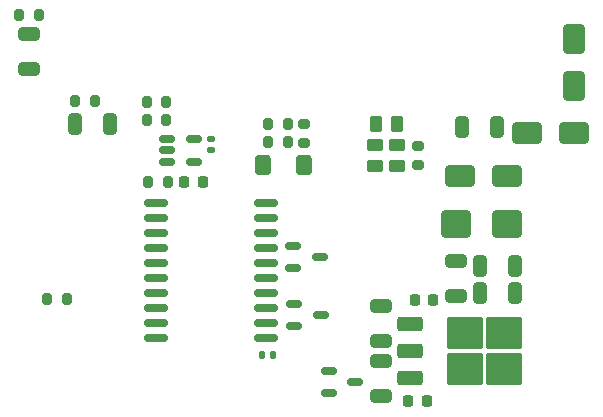
<source format=gbr>
%TF.GenerationSoftware,KiCad,Pcbnew,7.0.7-7.0.7~ubuntu22.04.1*%
%TF.CreationDate,2023-09-02T15:09:26-04:00*%
%TF.ProjectId,avclan-mockingboard-rounded,6176636c-616e-42d6-9d6f-636b696e6762,rev?*%
%TF.SameCoordinates,Original*%
%TF.FileFunction,Paste,Top*%
%TF.FilePolarity,Positive*%
%FSLAX46Y46*%
G04 Gerber Fmt 4.6, Leading zero omitted, Abs format (unit mm)*
G04 Created by KiCad (PCBNEW 7.0.7-7.0.7~ubuntu22.04.1) date 2023-09-02 15:09:26*
%MOMM*%
%LPD*%
G01*
G04 APERTURE LIST*
G04 Aperture macros list*
%AMRoundRect*
0 Rectangle with rounded corners*
0 $1 Rounding radius*
0 $2 $3 $4 $5 $6 $7 $8 $9 X,Y pos of 4 corners*
0 Add a 4 corners polygon primitive as box body*
4,1,4,$2,$3,$4,$5,$6,$7,$8,$9,$2,$3,0*
0 Add four circle primitives for the rounded corners*
1,1,$1+$1,$2,$3*
1,1,$1+$1,$4,$5*
1,1,$1+$1,$6,$7*
1,1,$1+$1,$8,$9*
0 Add four rect primitives between the rounded corners*
20,1,$1+$1,$2,$3,$4,$5,0*
20,1,$1+$1,$4,$5,$6,$7,0*
20,1,$1+$1,$6,$7,$8,$9,0*
20,1,$1+$1,$8,$9,$2,$3,0*%
G04 Aperture macros list end*
%ADD10RoundRect,0.200000X0.275000X-0.200000X0.275000X0.200000X-0.275000X0.200000X-0.275000X-0.200000X0*%
%ADD11RoundRect,0.200000X0.200000X0.275000X-0.200000X0.275000X-0.200000X-0.275000X0.200000X-0.275000X0*%
%ADD12RoundRect,0.250000X-0.325000X-0.650000X0.325000X-0.650000X0.325000X0.650000X-0.325000X0.650000X0*%
%ADD13RoundRect,0.218750X-0.218750X-0.256250X0.218750X-0.256250X0.218750X0.256250X-0.218750X0.256250X0*%
%ADD14RoundRect,0.225000X-0.225000X-0.250000X0.225000X-0.250000X0.225000X0.250000X-0.225000X0.250000X0*%
%ADD15RoundRect,0.250000X0.450000X-0.262500X0.450000X0.262500X-0.450000X0.262500X-0.450000X-0.262500X0*%
%ADD16RoundRect,0.250000X-1.000000X-0.900000X1.000000X-0.900000X1.000000X0.900000X-1.000000X0.900000X0*%
%ADD17RoundRect,0.250000X-1.000000X-0.650000X1.000000X-0.650000X1.000000X0.650000X-1.000000X0.650000X0*%
%ADD18RoundRect,0.150000X-0.512500X-0.150000X0.512500X-0.150000X0.512500X0.150000X-0.512500X0.150000X0*%
%ADD19RoundRect,0.140000X-0.170000X0.140000X-0.170000X-0.140000X0.170000X-0.140000X0.170000X0.140000X0*%
%ADD20RoundRect,0.200000X-0.200000X-0.275000X0.200000X-0.275000X0.200000X0.275000X-0.200000X0.275000X0*%
%ADD21RoundRect,0.250000X-0.850000X-0.350000X0.850000X-0.350000X0.850000X0.350000X-0.850000X0.350000X0*%
%ADD22RoundRect,0.250000X-1.275000X-1.125000X1.275000X-1.125000X1.275000X1.125000X-1.275000X1.125000X0*%
%ADD23RoundRect,0.250000X0.325000X0.650000X-0.325000X0.650000X-0.325000X-0.650000X0.325000X-0.650000X0*%
%ADD24RoundRect,0.250000X0.400000X0.600000X-0.400000X0.600000X-0.400000X-0.600000X0.400000X-0.600000X0*%
%ADD25RoundRect,0.250000X-0.262500X-0.450000X0.262500X-0.450000X0.262500X0.450000X-0.262500X0.450000X0*%
%ADD26RoundRect,0.140000X-0.140000X-0.170000X0.140000X-0.170000X0.140000X0.170000X-0.140000X0.170000X0*%
%ADD27RoundRect,0.150000X0.875000X0.150000X-0.875000X0.150000X-0.875000X-0.150000X0.875000X-0.150000X0*%
%ADD28RoundRect,0.250000X0.650000X-0.325000X0.650000X0.325000X-0.650000X0.325000X-0.650000X-0.325000X0*%
%ADD29RoundRect,0.250000X-0.650000X0.325000X-0.650000X-0.325000X0.650000X-0.325000X0.650000X0.325000X0*%
%ADD30RoundRect,0.250000X-0.650000X1.000000X-0.650000X-1.000000X0.650000X-1.000000X0.650000X1.000000X0*%
G04 APERTURE END LIST*
D10*
%TO.C,R9*%
X26550000Y-15425000D03*
X26550000Y-13775000D03*
%TD*%
D11*
%TO.C,R6*%
X14850000Y-11950331D03*
X13200000Y-11950331D03*
%TD*%
D12*
%TO.C,C3*%
X41450000Y-28100000D03*
X44400000Y-28100000D03*
%TD*%
D13*
%TO.C,D9*%
X16384118Y-18700000D03*
X17959118Y-18700000D03*
%TD*%
D14*
%TO.C,C5*%
X35900000Y-28700000D03*
X37450000Y-28700000D03*
%TD*%
D15*
%TO.C,R2*%
X32512500Y-17400000D03*
X32512500Y-15575000D03*
%TD*%
D16*
%TO.C,D4*%
X39400000Y-22300000D03*
X43700000Y-22300000D03*
%TD*%
D17*
%TO.C,D2*%
X39700000Y-18200000D03*
X43700000Y-18200000D03*
%TD*%
D18*
%TO.C,D6*%
X25662500Y-29050000D03*
X25662500Y-30950000D03*
X27937500Y-30000000D03*
%TD*%
D19*
%TO.C,C10*%
X18662500Y-15050000D03*
X18662500Y-16010000D03*
%TD*%
D20*
%TO.C,R7*%
X23500000Y-15325000D03*
X25150000Y-15325000D03*
%TD*%
D21*
%TO.C,U1*%
X35500000Y-30745000D03*
X35500000Y-33025000D03*
D22*
X40125000Y-31500000D03*
X40125000Y-34550000D03*
X43475000Y-31500000D03*
X43475000Y-34550000D03*
D21*
X35500000Y-35305000D03*
%TD*%
D23*
%TO.C,C1*%
X42875000Y-14100000D03*
X39925000Y-14100000D03*
%TD*%
%TO.C,C11*%
X10100000Y-13800000D03*
X7150000Y-13800000D03*
%TD*%
D24*
%TO.C,D10*%
X26550000Y-17250000D03*
X23050000Y-17250000D03*
%TD*%
D20*
%TO.C,R12*%
X7175000Y-11900000D03*
X8825000Y-11900000D03*
%TD*%
D11*
%TO.C,R11*%
X6450000Y-28600000D03*
X4800000Y-28600000D03*
%TD*%
D25*
%TO.C,R3*%
X32587500Y-13775000D03*
X34412500Y-13775000D03*
%TD*%
D26*
%TO.C,C9*%
X22968236Y-33385000D03*
X23928236Y-33385000D03*
%TD*%
D18*
%TO.C,D8*%
X28600000Y-34700000D03*
X28600000Y-36600000D03*
X30875000Y-35650000D03*
%TD*%
D27*
%TO.C,U2*%
X23278236Y-31950000D03*
X23278236Y-30680000D03*
X23278236Y-29410000D03*
X23278236Y-28140000D03*
X23278236Y-26870000D03*
X23278236Y-25600000D03*
X23278236Y-24330000D03*
X23278236Y-23060000D03*
X23278236Y-21790000D03*
X23278236Y-20520000D03*
X13978236Y-20520000D03*
X13978236Y-21790000D03*
X13978236Y-23060000D03*
X13978236Y-24330000D03*
X13978236Y-25600000D03*
X13978236Y-26870000D03*
X13978236Y-28140000D03*
X13978236Y-29410000D03*
X13978236Y-30680000D03*
X13978236Y-31950000D03*
%TD*%
D11*
%TO.C,R13*%
X4050000Y-4600000D03*
X2400000Y-4600000D03*
%TD*%
D17*
%TO.C,D1*%
X45400000Y-14600000D03*
X49400000Y-14600000D03*
%TD*%
D12*
%TO.C,C2*%
X41450000Y-25800000D03*
X44400000Y-25800000D03*
%TD*%
D18*
%TO.C,D7*%
X25600000Y-24100000D03*
X25600000Y-26000000D03*
X27875000Y-25050000D03*
%TD*%
D28*
%TO.C,C7*%
X33000000Y-32200000D03*
X33000000Y-29250000D03*
%TD*%
D14*
%TO.C,C6*%
X35350000Y-37300000D03*
X36900000Y-37300000D03*
%TD*%
D10*
%TO.C,R4*%
X36212500Y-17300000D03*
X36212500Y-15650000D03*
%TD*%
D18*
%TO.C,U3*%
X14925000Y-15100000D03*
X14925000Y-16050000D03*
X14925000Y-17000000D03*
X17200000Y-17000000D03*
X17200000Y-15100000D03*
%TD*%
D11*
%TO.C,R10*%
X14984118Y-18700000D03*
X13334118Y-18700000D03*
%TD*%
%TO.C,R5*%
X14850000Y-13440331D03*
X13200000Y-13440331D03*
%TD*%
D29*
%TO.C,C8*%
X33000000Y-33900000D03*
X33000000Y-36850000D03*
%TD*%
D30*
%TO.C,D3*%
X49395000Y-6609669D03*
X49395000Y-10609669D03*
%TD*%
D28*
%TO.C,C12*%
X3200000Y-9150000D03*
X3200000Y-6200000D03*
%TD*%
D15*
%TO.C,R1*%
X34412500Y-17400000D03*
X34412500Y-15575000D03*
%TD*%
D28*
%TO.C,C4*%
X39400000Y-28400000D03*
X39400000Y-25450000D03*
%TD*%
D20*
%TO.C,R8*%
X23500000Y-13825000D03*
X25150000Y-13825000D03*
%TD*%
M02*

</source>
